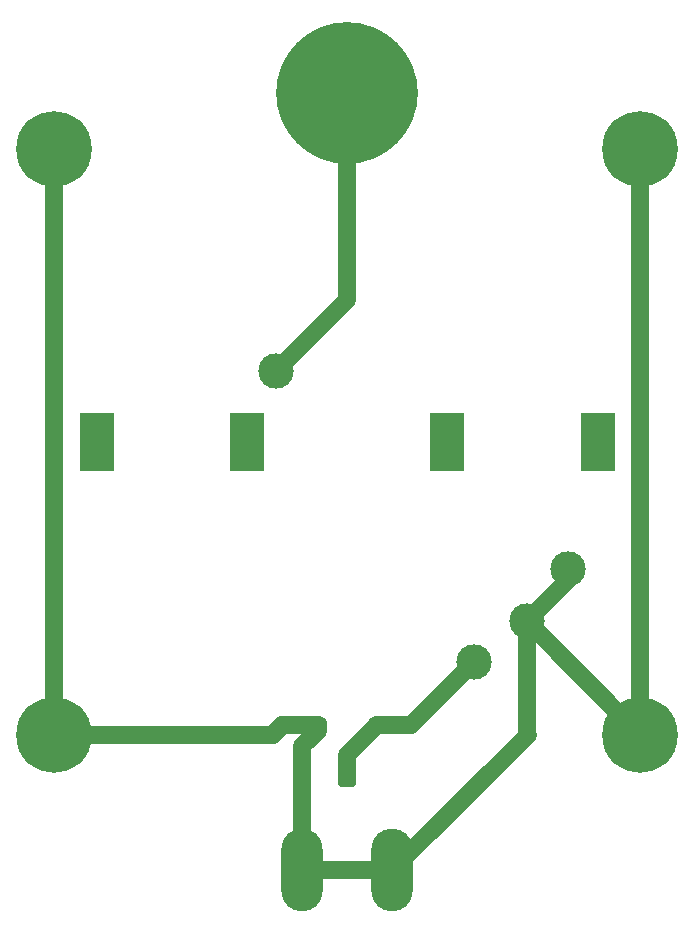
<source format=gbr>
%TF.GenerationSoftware,KiCad,Pcbnew,8.0.6*%
%TF.CreationDate,2025-01-31T16:57:08-05:00*%
%TF.ProjectId,Wire Spool Antenna V1.2,57697265-2053-4706-9f6f-6c20416e7465,rev?*%
%TF.SameCoordinates,Original*%
%TF.FileFunction,Copper,L1,Top*%
%TF.FilePolarity,Positive*%
%FSLAX46Y46*%
G04 Gerber Fmt 4.6, Leading zero omitted, Abs format (unit mm)*
G04 Created by KiCad (PCBNEW 8.0.6) date 2025-01-31 16:57:08*
%MOMM*%
%LPD*%
G01*
G04 APERTURE LIST*
G04 Aperture macros list*
%AMRoundRect*
0 Rectangle with rounded corners*
0 $1 Rounding radius*
0 $2 $3 $4 $5 $6 $7 $8 $9 X,Y pos of 4 corners*
0 Add a 4 corners polygon primitive as box body*
4,1,4,$2,$3,$4,$5,$6,$7,$8,$9,$2,$3,0*
0 Add four circle primitives for the rounded corners*
1,1,$1+$1,$2,$3*
1,1,$1+$1,$4,$5*
1,1,$1+$1,$6,$7*
1,1,$1+$1,$8,$9*
0 Add four rect primitives between the rounded corners*
20,1,$1+$1,$2,$3,$4,$5,0*
20,1,$1+$1,$4,$5,$6,$7,0*
20,1,$1+$1,$6,$7,$8,$9,0*
20,1,$1+$1,$8,$9,$2,$3,0*%
G04 Aperture macros list end*
%TA.AperFunction,WasherPad*%
%ADD10R,3.000000X5.000000*%
%TD*%
%TA.AperFunction,ComponentPad*%
%ADD11C,3.000000*%
%TD*%
%TA.AperFunction,ComponentPad*%
%ADD12C,6.400000*%
%TD*%
%TA.AperFunction,ConnectorPad*%
%ADD13C,12.000000*%
%TD*%
%TA.AperFunction,ComponentPad*%
%ADD14C,1.600000*%
%TD*%
%TA.AperFunction,ComponentPad*%
%ADD15RoundRect,0.400000X0.400000X0.400000X-0.400000X0.400000X-0.400000X-0.400000X0.400000X-0.400000X0*%
%TD*%
%TA.AperFunction,ComponentPad*%
%ADD16O,3.500000X7.000000*%
%TD*%
%TA.AperFunction,Conductor*%
%ADD17C,1.500000*%
%TD*%
%TA.AperFunction,Conductor*%
%ADD18C,0.200000*%
%TD*%
G04 APERTURE END LIST*
D10*
%TO.P,T1,*%
%TO.N,*%
X78786797Y-100000000D03*
X91514719Y-100000000D03*
X108485281Y-100000000D03*
X121213203Y-100000000D03*
D11*
%TO.P,T1,1,AA*%
%TO.N,Net-(J2-In)*%
X110748023Y-118667619D03*
%TO.P,T1,2,AB*%
%TO.N,GND*%
X115202796Y-115202796D03*
%TO.P,T1,3,SA*%
X118667619Y-110748023D03*
%TO.P,T1,4,SB*%
%TO.N,Net-(T1-SB)*%
X93989592Y-93989592D03*
%TD*%
D12*
%TO.P,H1,1,1*%
%TO.N,Net-(T1-SB)*%
X100000000Y-70500000D03*
D13*
X100000000Y-70500000D03*
%TD*%
D12*
%TO.P,H5,1,1*%
%TO.N,GND*%
X124800000Y-75200000D03*
%TD*%
D14*
%TO.P,C1,1*%
%TO.N,Net-(J2-In)*%
X102500000Y-124000000D03*
%TO.P,C1,2*%
%TO.N,GND*%
X97500000Y-124000000D03*
%TD*%
D12*
%TO.P,H3,1,1*%
%TO.N,GND*%
X75200000Y-124800000D03*
%TD*%
%TO.P,H2,1,1*%
%TO.N,GND*%
X124800000Y-124800000D03*
%TD*%
%TO.P,H6,1,1*%
%TO.N,GND*%
X75200000Y-75200000D03*
%TD*%
D15*
%TO.P,J2,1,In*%
%TO.N,Net-(J2-In)*%
X100000000Y-128500000D03*
D16*
%TO.P,J2,2,Ext*%
%TO.N,GND*%
X103800000Y-136300000D03*
X96200000Y-136300000D03*
%TD*%
D17*
%TO.N,GND*%
X96200000Y-125800000D02*
X96200000Y-136300000D01*
D18*
X118667619Y-111737973D02*
X118667619Y-110748023D01*
D17*
X115202796Y-124702796D02*
X115300000Y-124800000D01*
X115202796Y-115202796D02*
X115202796Y-124702796D01*
X97500000Y-124500000D02*
X96200000Y-125800000D01*
X124800000Y-124800000D02*
X115202796Y-115202796D01*
X93700000Y-124800000D02*
X94500000Y-124000000D01*
X96200000Y-136300000D02*
X103800000Y-136300000D01*
X75200000Y-124800000D02*
X93700000Y-124800000D01*
X115202796Y-115202796D02*
X118667619Y-111737973D01*
X118667619Y-110748024D02*
X118667619Y-111737973D01*
X94500000Y-124000000D02*
X97500000Y-124000000D01*
X75200000Y-75200000D02*
X75200000Y-124800000D01*
X115300000Y-124800000D02*
X103800000Y-136300000D01*
D18*
X97500000Y-124000000D02*
X97500000Y-124500000D01*
D17*
X124800000Y-75200000D02*
X124800000Y-124800000D01*
%TO.N,Net-(T1-SB)*%
X100000000Y-73000000D02*
X100000000Y-87979184D01*
X100000000Y-87979184D02*
X93989592Y-93989592D01*
%TO.N,Net-(J2-In)*%
X100000000Y-126500000D02*
X102500000Y-124000000D01*
X105415642Y-124000000D02*
X110748023Y-118667619D01*
X102500000Y-124000000D02*
X105415642Y-124000000D01*
X100000000Y-128500000D02*
X100000000Y-126500000D01*
%TD*%
M02*

</source>
